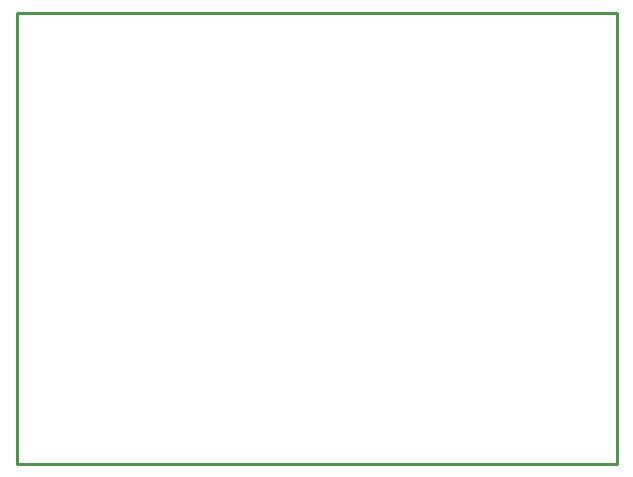
<source format=gko>
G04 Layer_Color=16711935*
%FSLAX25Y25*%
%MOIN*%
G70*
G01*
G75*
%ADD10C,0.01000*%
D10*
X-200463Y192D02*
Y150672D01*
X-463D01*
Y192D02*
Y150672D01*
X-200463Y192D02*
X-463D01*
M02*

</source>
